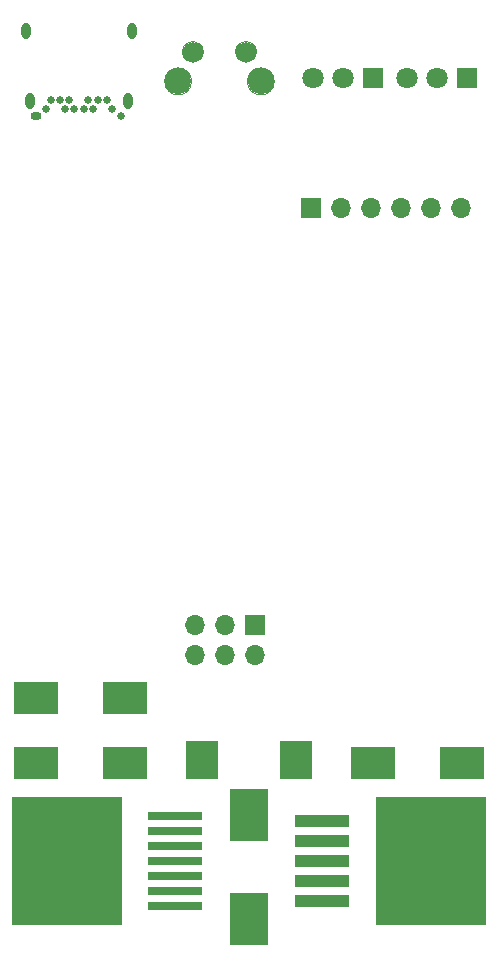
<source format=gbr>
G04 #@! TF.FileFunction,Soldermask,Bot*
%FSLAX46Y46*%
G04 Gerber Fmt 4.6, Leading zero omitted, Abs format (unit mm)*
G04 Created by KiCad (PCBNEW 4.0.3-stable) date 08/09/18 16:35:35*
%MOMM*%
%LPD*%
G01*
G04 APERTURE LIST*
%ADD10C,0.100000*%
%ADD11R,1.700000X1.700000*%
%ADD12O,1.700000X1.700000*%
%ADD13R,4.600000X1.100000*%
%ADD14R,9.400000X10.800000*%
%ADD15C,2.200000*%
%ADD16C,1.700000*%
%ADD17R,4.600000X0.800000*%
%ADD18R,1.800000X1.800000*%
%ADD19C,1.800000*%
%ADD20R,3.750000X2.700000*%
%ADD21O,0.800000X1.400000*%
%ADD22O,0.950000X0.660000*%
%ADD23C,0.650000*%
%ADD24C,0.660000*%
%ADD25R,2.700000X3.200000*%
%ADD26R,3.300000X4.500000*%
G04 APERTURE END LIST*
D10*
X154643000Y-61250000D02*
G75*
G03X154643000Y-61250000I-1143000J0D01*
G01*
X148639000Y-58750000D02*
G75*
G03X148639000Y-58750000I-889000J0D01*
G01*
X153139000Y-58750000D02*
G75*
G03X153139000Y-58750000I-889000J0D01*
G01*
X147643000Y-61250000D02*
G75*
G03X147643000Y-61250000I-1143000J0D01*
G01*
D11*
X153000000Y-107250000D03*
D12*
X153000000Y-109790000D03*
X150460000Y-107250000D03*
X150460000Y-109790000D03*
X147920000Y-107250000D03*
X147920000Y-109790000D03*
D13*
X158725000Y-130650000D03*
X158725000Y-128950000D03*
X158725000Y-127250000D03*
X158725000Y-125550000D03*
X158725000Y-123850000D03*
D14*
X167875000Y-127250000D03*
D15*
X153500000Y-61250000D03*
X146500000Y-61250000D03*
D16*
X152250000Y-58750000D03*
X147750000Y-58750000D03*
D17*
X146275000Y-123440000D03*
X146275000Y-124710000D03*
X146275000Y-125980000D03*
X146275000Y-127250000D03*
X146275000Y-128520000D03*
X146275000Y-129790000D03*
X146275000Y-131060000D03*
D14*
X137125000Y-127250000D03*
D18*
X163000000Y-61000000D03*
D19*
X160460000Y-61000000D03*
X157920000Y-61000000D03*
D18*
X171000000Y-61000000D03*
D19*
X168460000Y-61000000D03*
X165920000Y-61000000D03*
D20*
X142025000Y-119000000D03*
X134475000Y-119000000D03*
X142025000Y-113500000D03*
X134475000Y-113500000D03*
X162975000Y-119000000D03*
X170525000Y-119000000D03*
D11*
X157750000Y-72000000D03*
D12*
X160290000Y-72000000D03*
X162830000Y-72000000D03*
X165370000Y-72000000D03*
X167910000Y-72000000D03*
X170450000Y-72000000D03*
D21*
X133610000Y-57000000D03*
X142590000Y-57000000D03*
X133970000Y-62950000D03*
D22*
X134500000Y-64200000D03*
D23*
X135700000Y-62850000D03*
X140500000Y-62850000D03*
X137700000Y-63550000D03*
X138500000Y-63550000D03*
X136900000Y-63550000D03*
X139300000Y-63550000D03*
X135300000Y-63550000D03*
X140900000Y-63550000D03*
X139700000Y-62850000D03*
X138900000Y-62850000D03*
X136500000Y-62850000D03*
X137300000Y-62850000D03*
D24*
X141700000Y-64200000D03*
D21*
X142230000Y-62950000D03*
D25*
X156450000Y-118750000D03*
X148550000Y-118750000D03*
D26*
X152500000Y-123400000D03*
X152500000Y-132200000D03*
M02*

</source>
